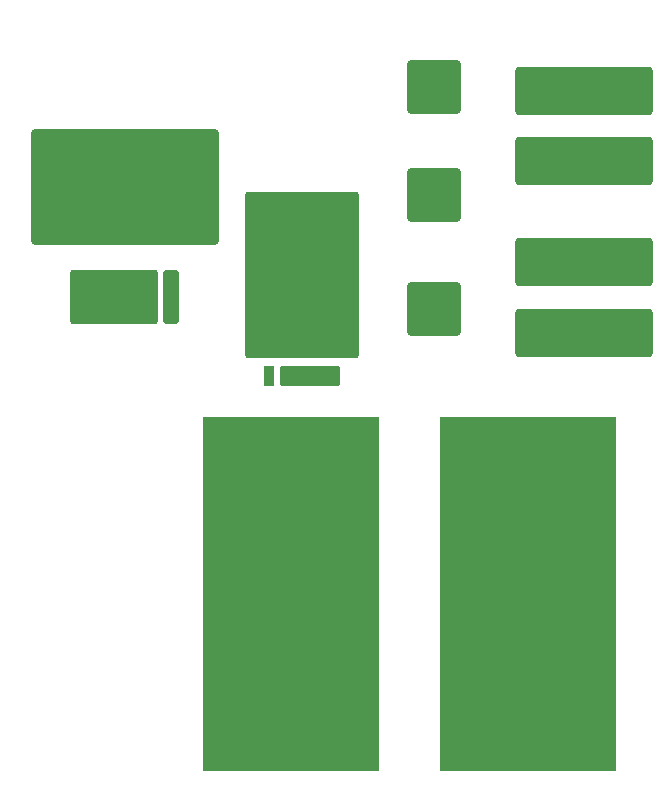
<source format=gbp>
G04*
G04 #@! TF.GenerationSoftware,Altium Limited,Altium Designer,22.6.1 (34)*
G04*
G04 Layer_Color=128*
%FSLAX25Y25*%
%MOIN*%
G70*
G04*
G04 #@! TF.SameCoordinates,1C09E642-5389-4BCA-90F1-C158AF9FECEF*
G04*
G04*
G04 #@! TF.FilePolarity,Positive*
G04*
G01*
G75*
G04:AMPARAMS|DCode=19|XSize=180mil|YSize=180mil|CornerRadius=13.5mil|HoleSize=0mil|Usage=FLASHONLY|Rotation=0.000|XOffset=0mil|YOffset=0mil|HoleType=Round|Shape=RoundedRectangle|*
%AMROUNDEDRECTD19*
21,1,0.18000,0.15300,0,0,0.0*
21,1,0.15300,0.18000,0,0,0.0*
1,1,0.02700,0.07650,-0.07650*
1,1,0.02700,-0.07650,-0.07650*
1,1,0.02700,-0.07650,0.07650*
1,1,0.02700,0.07650,0.07650*
%
%ADD19ROUNDEDRECTD19*%
%ADD44R,0.59055X1.18110*%
G04:AMPARAMS|DCode=45|XSize=456.69mil|YSize=161.42mil|CornerRadius=12.11mil|HoleSize=0mil|Usage=FLASHONLY|Rotation=0.000|XOffset=0mil|YOffset=0mil|HoleType=Round|Shape=RoundedRectangle|*
%AMROUNDEDRECTD45*
21,1,0.45669,0.13721,0,0,0.0*
21,1,0.43248,0.16142,0,0,0.0*
1,1,0.02421,0.21624,-0.06860*
1,1,0.02421,-0.21624,-0.06860*
1,1,0.02421,-0.21624,0.06860*
1,1,0.02421,0.21624,0.06860*
%
%ADD45ROUNDEDRECTD45*%
G04:AMPARAMS|DCode=46|XSize=291mil|YSize=181mil|CornerRadius=9.05mil|HoleSize=0mil|Usage=FLASHONLY|Rotation=180.000|XOffset=0mil|YOffset=0mil|HoleType=Round|Shape=RoundedRectangle|*
%AMROUNDEDRECTD46*
21,1,0.29100,0.16290,0,0,180.0*
21,1,0.27290,0.18100,0,0,180.0*
1,1,0.01810,-0.13645,0.08145*
1,1,0.01810,0.13645,0.08145*
1,1,0.01810,0.13645,-0.08145*
1,1,0.01810,-0.13645,-0.08145*
%
%ADD46ROUNDEDRECTD46*%
G04:AMPARAMS|DCode=47|XSize=51mil|YSize=181mil|CornerRadius=6.38mil|HoleSize=0mil|Usage=FLASHONLY|Rotation=180.000|XOffset=0mil|YOffset=0mil|HoleType=Round|Shape=RoundedRectangle|*
%AMROUNDEDRECTD47*
21,1,0.05100,0.16825,0,0,180.0*
21,1,0.03825,0.18100,0,0,180.0*
1,1,0.01275,-0.01913,0.08413*
1,1,0.01275,0.01913,0.08413*
1,1,0.01275,0.01913,-0.08413*
1,1,0.01275,-0.01913,-0.08413*
%
%ADD47ROUNDEDRECTD47*%
G04:AMPARAMS|DCode=48|XSize=625mil|YSize=384mil|CornerRadius=9.6mil|HoleSize=0mil|Usage=FLASHONLY|Rotation=180.000|XOffset=0mil|YOffset=0mil|HoleType=Round|Shape=RoundedRectangle|*
%AMROUNDEDRECTD48*
21,1,0.62500,0.36480,0,0,180.0*
21,1,0.60580,0.38400,0,0,180.0*
1,1,0.01920,-0.30290,0.18240*
1,1,0.01920,0.30290,0.18240*
1,1,0.01920,0.30290,-0.18240*
1,1,0.01920,-0.30290,-0.18240*
%
%ADD48ROUNDEDRECTD48*%
G04:AMPARAMS|DCode=49|XSize=200mil|YSize=69mil|CornerRadius=8.63mil|HoleSize=0mil|Usage=FLASHONLY|Rotation=180.000|XOffset=0mil|YOffset=0mil|HoleType=Round|Shape=RoundedRectangle|*
%AMROUNDEDRECTD49*
21,1,0.20000,0.05175,0,0,180.0*
21,1,0.18275,0.06900,0,0,180.0*
1,1,0.01725,-0.09137,0.02588*
1,1,0.01725,0.09137,0.02588*
1,1,0.01725,0.09137,-0.02588*
1,1,0.01725,-0.09137,-0.02588*
%
%ADD49ROUNDEDRECTD49*%
G04:AMPARAMS|DCode=50|XSize=33mil|YSize=69mil|CornerRadius=4.13mil|HoleSize=0mil|Usage=FLASHONLY|Rotation=180.000|XOffset=0mil|YOffset=0mil|HoleType=Round|Shape=RoundedRectangle|*
%AMROUNDEDRECTD50*
21,1,0.03300,0.06075,0,0,180.0*
21,1,0.02475,0.06900,0,0,180.0*
1,1,0.00825,-0.01238,0.03038*
1,1,0.00825,0.01238,0.03038*
1,1,0.00825,0.01238,-0.03038*
1,1,0.00825,-0.01238,-0.03038*
%
%ADD50ROUNDEDRECTD50*%
G04:AMPARAMS|DCode=51|XSize=380mil|YSize=554mil|CornerRadius=9.5mil|HoleSize=0mil|Usage=FLASHONLY|Rotation=180.000|XOffset=0mil|YOffset=0mil|HoleType=Round|Shape=RoundedRectangle|*
%AMROUNDEDRECTD51*
21,1,0.38000,0.53500,0,0,180.0*
21,1,0.36100,0.55400,0,0,180.0*
1,1,0.01900,-0.18050,0.26750*
1,1,0.01900,0.18050,0.26750*
1,1,0.01900,0.18050,-0.26750*
1,1,0.01900,-0.18050,-0.26750*
%
%ADD51ROUNDEDRECTD51*%
D19*
X141000Y237000D02*
D03*
Y200860D02*
D03*
Y163000D02*
D03*
D44*
X93630Y68000D02*
D03*
X172370D02*
D03*
D45*
X191000Y212189D02*
D03*
Y235811D02*
D03*
Y155000D02*
D03*
Y178622D02*
D03*
D46*
X34500Y167000D02*
D03*
D47*
X53500D02*
D03*
D48*
X38000Y203700D02*
D03*
D49*
X99700Y140550D02*
D03*
D50*
X86000D02*
D03*
D51*
X97000Y174450D02*
D03*
M02*

</source>
